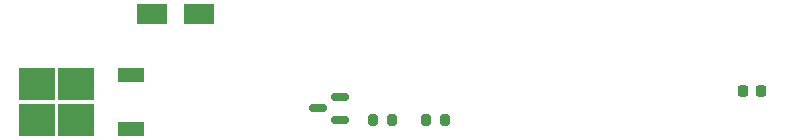
<source format=gbr>
%TF.GenerationSoftware,KiCad,Pcbnew,6.0.6-3a73a75311~116~ubuntu20.04.1*%
%TF.CreationDate,2023-07-29T16:30:59+09:00*%
%TF.ProjectId,catchrobo2023,63617463-6872-46f6-926f-323032332e6b,rev?*%
%TF.SameCoordinates,Original*%
%TF.FileFunction,Paste,Top*%
%TF.FilePolarity,Positive*%
%FSLAX46Y46*%
G04 Gerber Fmt 4.6, Leading zero omitted, Abs format (unit mm)*
G04 Created by KiCad (PCBNEW 6.0.6-3a73a75311~116~ubuntu20.04.1) date 2023-07-29 16:30:59*
%MOMM*%
%LPD*%
G01*
G04 APERTURE LIST*
G04 Aperture macros list*
%AMRoundRect*
0 Rectangle with rounded corners*
0 $1 Rounding radius*
0 $2 $3 $4 $5 $6 $7 $8 $9 X,Y pos of 4 corners*
0 Add a 4 corners polygon primitive as box body*
4,1,4,$2,$3,$4,$5,$6,$7,$8,$9,$2,$3,0*
0 Add four circle primitives for the rounded corners*
1,1,$1+$1,$2,$3*
1,1,$1+$1,$4,$5*
1,1,$1+$1,$6,$7*
1,1,$1+$1,$8,$9*
0 Add four rect primitives between the rounded corners*
20,1,$1+$1,$2,$3,$4,$5,0*
20,1,$1+$1,$4,$5,$6,$7,0*
20,1,$1+$1,$6,$7,$8,$9,0*
20,1,$1+$1,$8,$9,$2,$3,0*%
G04 Aperture macros list end*
%ADD10RoundRect,0.225000X-0.225000X-0.250000X0.225000X-0.250000X0.225000X0.250000X-0.225000X0.250000X0*%
%ADD11R,3.050000X2.750000*%
%ADD12R,2.200000X1.200000*%
%ADD13RoundRect,0.200000X-0.200000X-0.275000X0.200000X-0.275000X0.200000X0.275000X-0.200000X0.275000X0*%
%ADD14RoundRect,0.150000X0.587500X0.150000X-0.587500X0.150000X-0.587500X-0.150000X0.587500X-0.150000X0*%
%ADD15R,2.500000X1.800000*%
%ADD16RoundRect,0.200000X0.200000X0.275000X-0.200000X0.275000X-0.200000X-0.275000X0.200000X-0.275000X0*%
G04 APERTURE END LIST*
D10*
%TO.C,C3*%
X67500000Y38500000D03*
X69050000Y38500000D03*
%TD*%
D11*
%TO.C,U2*%
X7725000Y35975000D03*
X7725000Y39025000D03*
X11075000Y35975000D03*
X11075000Y39025000D03*
D12*
X15700000Y35220000D03*
X15700000Y39780000D03*
%TD*%
D13*
%TO.C,R2*%
X36175000Y36000000D03*
X37825000Y36000000D03*
%TD*%
D14*
%TO.C,Q1*%
X33437500Y36050000D03*
X33437500Y37950000D03*
X31562500Y37000000D03*
%TD*%
D15*
%TO.C,D1*%
X17500000Y45000000D03*
X21500000Y45000000D03*
%TD*%
D16*
%TO.C,R1*%
X42325000Y36000000D03*
X40675000Y36000000D03*
%TD*%
M02*

</source>
